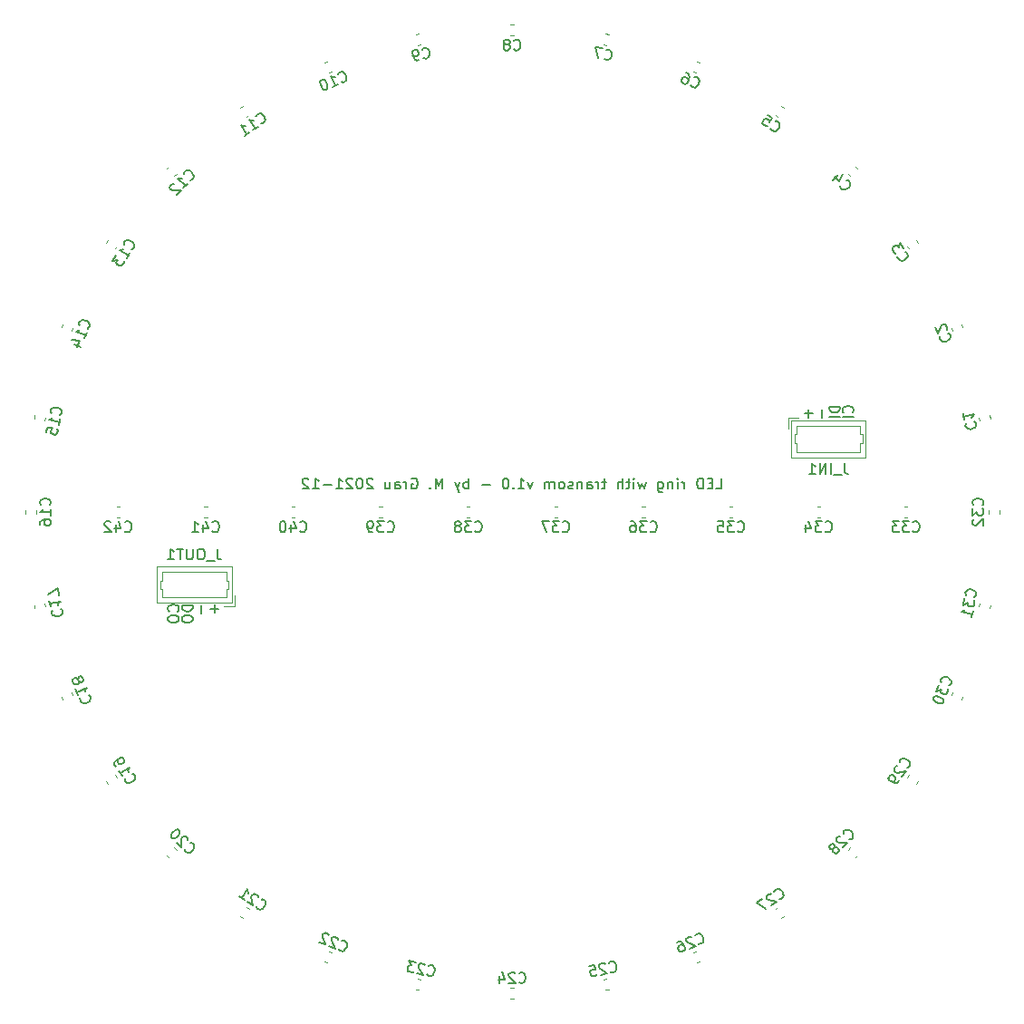
<source format=gbr>
%TF.GenerationSoftware,KiCad,Pcbnew,5.1.12-84ad8e8a86~92~ubuntu20.04.1*%
%TF.CreationDate,2021-11-26T19:12:35+01:00*%
%TF.ProjectId,led-ring-with-crossbar,6c65642d-7269-46e6-972d-776974682d63,rev?*%
%TF.SameCoordinates,Original*%
%TF.FileFunction,Legend,Bot*%
%TF.FilePolarity,Positive*%
%FSLAX46Y46*%
G04 Gerber Fmt 4.6, Leading zero omitted, Abs format (unit mm)*
G04 Created by KiCad (PCBNEW 5.1.12-84ad8e8a86~92~ubuntu20.04.1) date 2021-11-26 19:12:35*
%MOMM*%
%LPD*%
G01*
G04 APERTURE LIST*
%ADD10C,0.150000*%
%ADD11C,0.120000*%
G04 APERTURE END LIST*
D10*
X119071428Y-97852380D02*
X119547619Y-97852380D01*
X119547619Y-96852380D01*
X118738095Y-97328571D02*
X118404761Y-97328571D01*
X118261904Y-97852380D02*
X118738095Y-97852380D01*
X118738095Y-96852380D01*
X118261904Y-96852380D01*
X117833333Y-97852380D02*
X117833333Y-96852380D01*
X117595238Y-96852380D01*
X117452380Y-96900000D01*
X117357142Y-96995238D01*
X117309523Y-97090476D01*
X117261904Y-97280952D01*
X117261904Y-97423809D01*
X117309523Y-97614285D01*
X117357142Y-97709523D01*
X117452380Y-97804761D01*
X117595238Y-97852380D01*
X117833333Y-97852380D01*
X116071428Y-97852380D02*
X116071428Y-97185714D01*
X116071428Y-97376190D02*
X116023809Y-97280952D01*
X115976190Y-97233333D01*
X115880952Y-97185714D01*
X115785714Y-97185714D01*
X115452380Y-97852380D02*
X115452380Y-97185714D01*
X115452380Y-96852380D02*
X115500000Y-96900000D01*
X115452380Y-96947619D01*
X115404761Y-96900000D01*
X115452380Y-96852380D01*
X115452380Y-96947619D01*
X114976190Y-97185714D02*
X114976190Y-97852380D01*
X114976190Y-97280952D02*
X114928571Y-97233333D01*
X114833333Y-97185714D01*
X114690476Y-97185714D01*
X114595238Y-97233333D01*
X114547619Y-97328571D01*
X114547619Y-97852380D01*
X113642857Y-97185714D02*
X113642857Y-97995238D01*
X113690476Y-98090476D01*
X113738095Y-98138095D01*
X113833333Y-98185714D01*
X113976190Y-98185714D01*
X114071428Y-98138095D01*
X113642857Y-97804761D02*
X113738095Y-97852380D01*
X113928571Y-97852380D01*
X114023809Y-97804761D01*
X114071428Y-97757142D01*
X114119047Y-97661904D01*
X114119047Y-97376190D01*
X114071428Y-97280952D01*
X114023809Y-97233333D01*
X113928571Y-97185714D01*
X113738095Y-97185714D01*
X113642857Y-97233333D01*
X112500000Y-97185714D02*
X112309523Y-97852380D01*
X112119047Y-97376190D01*
X111928571Y-97852380D01*
X111738095Y-97185714D01*
X111357142Y-97852380D02*
X111357142Y-97185714D01*
X111357142Y-96852380D02*
X111404761Y-96900000D01*
X111357142Y-96947619D01*
X111309523Y-96900000D01*
X111357142Y-96852380D01*
X111357142Y-96947619D01*
X111023809Y-97185714D02*
X110642857Y-97185714D01*
X110880952Y-96852380D02*
X110880952Y-97709523D01*
X110833333Y-97804761D01*
X110738095Y-97852380D01*
X110642857Y-97852380D01*
X110309523Y-97852380D02*
X110309523Y-96852380D01*
X109880952Y-97852380D02*
X109880952Y-97328571D01*
X109928571Y-97233333D01*
X110023809Y-97185714D01*
X110166666Y-97185714D01*
X110261904Y-97233333D01*
X110309523Y-97280952D01*
X108785714Y-97185714D02*
X108404761Y-97185714D01*
X108642857Y-96852380D02*
X108642857Y-97709523D01*
X108595238Y-97804761D01*
X108500000Y-97852380D01*
X108404761Y-97852380D01*
X108071428Y-97852380D02*
X108071428Y-97185714D01*
X108071428Y-97376190D02*
X108023809Y-97280952D01*
X107976190Y-97233333D01*
X107880952Y-97185714D01*
X107785714Y-97185714D01*
X107023809Y-97852380D02*
X107023809Y-97328571D01*
X107071428Y-97233333D01*
X107166666Y-97185714D01*
X107357142Y-97185714D01*
X107452380Y-97233333D01*
X107023809Y-97804761D02*
X107119047Y-97852380D01*
X107357142Y-97852380D01*
X107452380Y-97804761D01*
X107500000Y-97709523D01*
X107500000Y-97614285D01*
X107452380Y-97519047D01*
X107357142Y-97471428D01*
X107119047Y-97471428D01*
X107023809Y-97423809D01*
X106547619Y-97185714D02*
X106547619Y-97852380D01*
X106547619Y-97280952D02*
X106500000Y-97233333D01*
X106404761Y-97185714D01*
X106261904Y-97185714D01*
X106166666Y-97233333D01*
X106119047Y-97328571D01*
X106119047Y-97852380D01*
X105690476Y-97804761D02*
X105595238Y-97852380D01*
X105404761Y-97852380D01*
X105309523Y-97804761D01*
X105261904Y-97709523D01*
X105261904Y-97661904D01*
X105309523Y-97566666D01*
X105404761Y-97519047D01*
X105547619Y-97519047D01*
X105642857Y-97471428D01*
X105690476Y-97376190D01*
X105690476Y-97328571D01*
X105642857Y-97233333D01*
X105547619Y-97185714D01*
X105404761Y-97185714D01*
X105309523Y-97233333D01*
X104690476Y-97852380D02*
X104785714Y-97804761D01*
X104833333Y-97757142D01*
X104880952Y-97661904D01*
X104880952Y-97376190D01*
X104833333Y-97280952D01*
X104785714Y-97233333D01*
X104690476Y-97185714D01*
X104547619Y-97185714D01*
X104452380Y-97233333D01*
X104404761Y-97280952D01*
X104357142Y-97376190D01*
X104357142Y-97661904D01*
X104404761Y-97757142D01*
X104452380Y-97804761D01*
X104547619Y-97852380D01*
X104690476Y-97852380D01*
X103928571Y-97852380D02*
X103928571Y-97185714D01*
X103928571Y-97280952D02*
X103880952Y-97233333D01*
X103785714Y-97185714D01*
X103642857Y-97185714D01*
X103547619Y-97233333D01*
X103500000Y-97328571D01*
X103500000Y-97852380D01*
X103500000Y-97328571D02*
X103452380Y-97233333D01*
X103357142Y-97185714D01*
X103214285Y-97185714D01*
X103119047Y-97233333D01*
X103071428Y-97328571D01*
X103071428Y-97852380D01*
X101928571Y-97185714D02*
X101690476Y-97852380D01*
X101452380Y-97185714D01*
X100547619Y-97852380D02*
X101119047Y-97852380D01*
X100833333Y-97852380D02*
X100833333Y-96852380D01*
X100928571Y-96995238D01*
X101023809Y-97090476D01*
X101119047Y-97138095D01*
X100119047Y-97757142D02*
X100071428Y-97804761D01*
X100119047Y-97852380D01*
X100166666Y-97804761D01*
X100119047Y-97757142D01*
X100119047Y-97852380D01*
X99452380Y-96852380D02*
X99357142Y-96852380D01*
X99261904Y-96900000D01*
X99214285Y-96947619D01*
X99166666Y-97042857D01*
X99119047Y-97233333D01*
X99119047Y-97471428D01*
X99166666Y-97661904D01*
X99214285Y-97757142D01*
X99261904Y-97804761D01*
X99357142Y-97852380D01*
X99452380Y-97852380D01*
X99547619Y-97804761D01*
X99595238Y-97757142D01*
X99642857Y-97661904D01*
X99690476Y-97471428D01*
X99690476Y-97233333D01*
X99642857Y-97042857D01*
X99595238Y-96947619D01*
X99547619Y-96900000D01*
X99452380Y-96852380D01*
X97928571Y-97471428D02*
X97166666Y-97471428D01*
X95928571Y-97852380D02*
X95928571Y-96852380D01*
X95928571Y-97233333D02*
X95833333Y-97185714D01*
X95642857Y-97185714D01*
X95547619Y-97233333D01*
X95500000Y-97280952D01*
X95452380Y-97376190D01*
X95452380Y-97661904D01*
X95500000Y-97757142D01*
X95547619Y-97804761D01*
X95642857Y-97852380D01*
X95833333Y-97852380D01*
X95928571Y-97804761D01*
X95119047Y-97185714D02*
X94880952Y-97852380D01*
X94642857Y-97185714D02*
X94880952Y-97852380D01*
X94976190Y-98090476D01*
X95023809Y-98138095D01*
X95119047Y-98185714D01*
X93500000Y-97852380D02*
X93500000Y-96852380D01*
X93166666Y-97566666D01*
X92833333Y-96852380D01*
X92833333Y-97852380D01*
X92357142Y-97757142D02*
X92309523Y-97804761D01*
X92357142Y-97852380D01*
X92404761Y-97804761D01*
X92357142Y-97757142D01*
X92357142Y-97852380D01*
X90595238Y-96900000D02*
X90690476Y-96852380D01*
X90833333Y-96852380D01*
X90976190Y-96900000D01*
X91071428Y-96995238D01*
X91119047Y-97090476D01*
X91166666Y-97280952D01*
X91166666Y-97423809D01*
X91119047Y-97614285D01*
X91071428Y-97709523D01*
X90976190Y-97804761D01*
X90833333Y-97852380D01*
X90738095Y-97852380D01*
X90595238Y-97804761D01*
X90547619Y-97757142D01*
X90547619Y-97423809D01*
X90738095Y-97423809D01*
X90119047Y-97852380D02*
X90119047Y-97185714D01*
X90119047Y-97376190D02*
X90071428Y-97280952D01*
X90023809Y-97233333D01*
X89928571Y-97185714D01*
X89833333Y-97185714D01*
X89071428Y-97852380D02*
X89071428Y-97328571D01*
X89119047Y-97233333D01*
X89214285Y-97185714D01*
X89404761Y-97185714D01*
X89500000Y-97233333D01*
X89071428Y-97804761D02*
X89166666Y-97852380D01*
X89404761Y-97852380D01*
X89500000Y-97804761D01*
X89547619Y-97709523D01*
X89547619Y-97614285D01*
X89500000Y-97519047D01*
X89404761Y-97471428D01*
X89166666Y-97471428D01*
X89071428Y-97423809D01*
X88166666Y-97185714D02*
X88166666Y-97852380D01*
X88595238Y-97185714D02*
X88595238Y-97709523D01*
X88547619Y-97804761D01*
X88452380Y-97852380D01*
X88309523Y-97852380D01*
X88214285Y-97804761D01*
X88166666Y-97757142D01*
X86976190Y-96947619D02*
X86928571Y-96900000D01*
X86833333Y-96852380D01*
X86595238Y-96852380D01*
X86500000Y-96900000D01*
X86452380Y-96947619D01*
X86404761Y-97042857D01*
X86404761Y-97138095D01*
X86452380Y-97280952D01*
X87023809Y-97852380D01*
X86404761Y-97852380D01*
X85785714Y-96852380D02*
X85690476Y-96852380D01*
X85595238Y-96900000D01*
X85547619Y-96947619D01*
X85500000Y-97042857D01*
X85452380Y-97233333D01*
X85452380Y-97471428D01*
X85500000Y-97661904D01*
X85547619Y-97757142D01*
X85595238Y-97804761D01*
X85690476Y-97852380D01*
X85785714Y-97852380D01*
X85880952Y-97804761D01*
X85928571Y-97757142D01*
X85976190Y-97661904D01*
X86023809Y-97471428D01*
X86023809Y-97233333D01*
X85976190Y-97042857D01*
X85928571Y-96947619D01*
X85880952Y-96900000D01*
X85785714Y-96852380D01*
X85071428Y-96947619D02*
X85023809Y-96900000D01*
X84928571Y-96852380D01*
X84690476Y-96852380D01*
X84595238Y-96900000D01*
X84547619Y-96947619D01*
X84500000Y-97042857D01*
X84500000Y-97138095D01*
X84547619Y-97280952D01*
X85119047Y-97852380D01*
X84500000Y-97852380D01*
X83547619Y-97852380D02*
X84119047Y-97852380D01*
X83833333Y-97852380D02*
X83833333Y-96852380D01*
X83928571Y-96995238D01*
X84023809Y-97090476D01*
X84119047Y-97138095D01*
X83119047Y-97471428D02*
X82357142Y-97471428D01*
X81357142Y-97852380D02*
X81928571Y-97852380D01*
X81642857Y-97852380D02*
X81642857Y-96852380D01*
X81738095Y-96995238D01*
X81833333Y-97090476D01*
X81928571Y-97138095D01*
X80976190Y-96947619D02*
X80928571Y-96900000D01*
X80833333Y-96852380D01*
X80595238Y-96852380D01*
X80500000Y-96900000D01*
X80452380Y-96947619D01*
X80404761Y-97042857D01*
X80404761Y-97138095D01*
X80452380Y-97280952D01*
X81023809Y-97852380D01*
X80404761Y-97852380D01*
D11*
%TO.C,J_OUT1*%
X73790000Y-105090000D02*
X73790000Y-108510000D01*
X73790000Y-108510000D02*
X66820000Y-108510000D01*
X66820000Y-108510000D02*
X66820000Y-105090000D01*
X66820000Y-105090000D02*
X73790000Y-105090000D01*
X70305000Y-108000000D02*
X73280000Y-108000000D01*
X73280000Y-108000000D02*
X73280000Y-107250000D01*
X73280000Y-107250000D02*
X73480000Y-107250000D01*
X73480000Y-107250000D02*
X73480000Y-106450000D01*
X73480000Y-106450000D02*
X73280000Y-106450000D01*
X73280000Y-106450000D02*
X73280000Y-105600000D01*
X73280000Y-105600000D02*
X70305000Y-105600000D01*
X70305000Y-108000000D02*
X67330000Y-108000000D01*
X67330000Y-108000000D02*
X67330000Y-107250000D01*
X67330000Y-107250000D02*
X67130000Y-107250000D01*
X67130000Y-107250000D02*
X67130000Y-106450000D01*
X67130000Y-106450000D02*
X67330000Y-106450000D01*
X67330000Y-106450000D02*
X67330000Y-105600000D01*
X67330000Y-105600000D02*
X70305000Y-105600000D01*
X74080000Y-108800000D02*
X74080000Y-107800000D01*
X74080000Y-108800000D02*
X73080000Y-108800000D01*
%TO.C,J_IN1*%
X126070000Y-94910000D02*
X126070000Y-91490000D01*
X126070000Y-91490000D02*
X133040000Y-91490000D01*
X133040000Y-91490000D02*
X133040000Y-94910000D01*
X133040000Y-94910000D02*
X126070000Y-94910000D01*
X129555000Y-92000000D02*
X126580000Y-92000000D01*
X126580000Y-92000000D02*
X126580000Y-92750000D01*
X126580000Y-92750000D02*
X126380000Y-92750000D01*
X126380000Y-92750000D02*
X126380000Y-93550000D01*
X126380000Y-93550000D02*
X126580000Y-93550000D01*
X126580000Y-93550000D02*
X126580000Y-94400000D01*
X126580000Y-94400000D02*
X129555000Y-94400000D01*
X129555000Y-92000000D02*
X132530000Y-92000000D01*
X132530000Y-92000000D02*
X132530000Y-92750000D01*
X132530000Y-92750000D02*
X132730000Y-92750000D01*
X132730000Y-92750000D02*
X132730000Y-93550000D01*
X132730000Y-93550000D02*
X132530000Y-93550000D01*
X132530000Y-93550000D02*
X132530000Y-94400000D01*
X132530000Y-94400000D02*
X129555000Y-94400000D01*
X125780000Y-91200000D02*
X125780000Y-92200000D01*
X125780000Y-91200000D02*
X126780000Y-91200000D01*
%TO.C,C42*%
X63039420Y-99490000D02*
X63320580Y-99490000D01*
X63039420Y-100510000D02*
X63320580Y-100510000D01*
%TO.C,C41*%
X71219420Y-99490000D02*
X71500580Y-99490000D01*
X71219420Y-100510000D02*
X71500580Y-100510000D01*
%TO.C,C40*%
X79399420Y-99490000D02*
X79680580Y-99490000D01*
X79399420Y-100510000D02*
X79680580Y-100510000D01*
%TO.C,C39*%
X87579420Y-99490000D02*
X87860580Y-99490000D01*
X87579420Y-100510000D02*
X87860580Y-100510000D01*
%TO.C,C38*%
X95759420Y-99490000D02*
X96040580Y-99490000D01*
X95759420Y-100510000D02*
X96040580Y-100510000D01*
%TO.C,C37*%
X103939420Y-99490000D02*
X104220580Y-99490000D01*
X103939420Y-100510000D02*
X104220580Y-100510000D01*
%TO.C,C36*%
X112119420Y-99490000D02*
X112400580Y-99490000D01*
X112119420Y-100510000D02*
X112400580Y-100510000D01*
%TO.C,C35*%
X120299420Y-99490000D02*
X120580580Y-99490000D01*
X120299420Y-100510000D02*
X120580580Y-100510000D01*
%TO.C,C34*%
X128479420Y-99490000D02*
X128760580Y-99490000D01*
X128479420Y-100510000D02*
X128760580Y-100510000D01*
%TO.C,C33*%
X136659420Y-99490000D02*
X136940580Y-99490000D01*
X136659420Y-100510000D02*
X136940580Y-100510000D01*
%TO.C,C32*%
X145510000Y-99859420D02*
X145510000Y-100140580D01*
X144490000Y-99859420D02*
X144490000Y-100140580D01*
%TO.C,C31*%
X144662660Y-108741078D02*
X144607567Y-109016787D01*
X143662433Y-108541213D02*
X143607340Y-108816922D01*
%TO.C,C30*%
X142099976Y-117286290D02*
X141992381Y-117546048D01*
X141157619Y-116895952D02*
X141050024Y-117155710D01*
%TO.C,C29*%
X137918006Y-125167891D02*
X137761598Y-125401531D01*
X137070402Y-124600469D02*
X136913994Y-124834109D01*
%TO.C,C28*%
X132280030Y-132081219D02*
X132081219Y-132280030D01*
X131558781Y-131359970D02*
X131359970Y-131558781D01*
%TO.C,C27*%
X125400927Y-137762297D02*
X125167015Y-137918297D01*
X124834985Y-136913703D02*
X124601073Y-137069703D01*
%TO.C,C26*%
X117546048Y-141992381D02*
X117286290Y-142099976D01*
X117155710Y-141050024D02*
X116895952Y-141157619D01*
%TO.C,C25*%
X109015962Y-144607982D02*
X108740157Y-144662593D01*
X108817843Y-143607407D02*
X108542038Y-143662018D01*
%TO.C,C24*%
X100140580Y-145510000D02*
X99859420Y-145510000D01*
X100140580Y-144490000D02*
X99859420Y-144490000D01*
%TO.C,C23*%
X91258922Y-144662660D02*
X90983213Y-144607567D01*
X91458787Y-143662433D02*
X91183078Y-143607340D01*
%TO.C,C22*%
X82713710Y-142099976D02*
X82453952Y-141992381D01*
X83104048Y-141157619D02*
X82844290Y-141050024D01*
%TO.C,C21*%
X74832109Y-137918006D02*
X74598469Y-137761598D01*
X75399531Y-137070402D02*
X75165891Y-136913994D01*
%TO.C,C20*%
X67918781Y-132280030D02*
X67719970Y-132081219D01*
X68640030Y-131558781D02*
X68441219Y-131359970D01*
%TO.C,C19*%
X62237703Y-125400927D02*
X62081703Y-125167015D01*
X63086297Y-124834985D02*
X62930297Y-124601073D01*
%TO.C,C18*%
X58007619Y-117546048D02*
X57900024Y-117286290D01*
X58949976Y-117155710D02*
X58842381Y-116895952D01*
%TO.C,C17*%
X55392018Y-109015962D02*
X55337407Y-108740157D01*
X56392593Y-108817843D02*
X56337982Y-108542038D01*
%TO.C,C16*%
X54490000Y-100140580D02*
X54490000Y-99859420D01*
X55510000Y-100140580D02*
X55510000Y-99859420D01*
%TO.C,C15*%
X55337340Y-91258922D02*
X55392433Y-90983213D01*
X56337567Y-91458787D02*
X56392660Y-91183078D01*
%TO.C,C14*%
X57900024Y-82713710D02*
X58007619Y-82453952D01*
X58842381Y-83104048D02*
X58949976Y-82844290D01*
%TO.C,C13*%
X62081994Y-74832109D02*
X62238402Y-74598469D01*
X62929598Y-75399531D02*
X63086006Y-75165891D01*
%TO.C,C12*%
X67719970Y-67918781D02*
X67918781Y-67719970D01*
X68441219Y-68640030D02*
X68640030Y-68441219D01*
%TO.C,C11*%
X74590073Y-62237703D02*
X74823985Y-62081703D01*
X75156015Y-63086297D02*
X75389927Y-62930297D01*
%TO.C,C10*%
X82453952Y-58007619D02*
X82713710Y-57900024D01*
X82844290Y-58949976D02*
X83104048Y-58842381D01*
%TO.C,C9*%
X90984038Y-55392018D02*
X91259843Y-55337407D01*
X91182157Y-56392593D02*
X91457962Y-56337982D01*
%TO.C,C8*%
X99859420Y-54490000D02*
X100140580Y-54490000D01*
X99859420Y-55510000D02*
X100140580Y-55510000D01*
%TO.C,C7*%
X108741078Y-55337340D02*
X109016787Y-55392433D01*
X108541213Y-56337567D02*
X108816922Y-56392660D01*
%TO.C,C6*%
X117286290Y-57900024D02*
X117546048Y-58007619D01*
X116895952Y-58842381D02*
X117155710Y-58949976D01*
%TO.C,C5*%
X125167891Y-62081994D02*
X125401531Y-62238402D01*
X124600469Y-62929598D02*
X124834109Y-63086006D01*
%TO.C,C4*%
X132081219Y-67719970D02*
X132280030Y-67918781D01*
X131359970Y-68441219D02*
X131558781Y-68640030D01*
%TO.C,C3*%
X137762297Y-74599073D02*
X137918297Y-74832985D01*
X136913703Y-75165015D02*
X137069703Y-75398927D01*
%TO.C,C2*%
X141992381Y-82453952D02*
X142099976Y-82713710D01*
X141050024Y-82844290D02*
X141157619Y-83104048D01*
%TO.C,C1*%
X144607982Y-90984038D02*
X144662593Y-91259843D01*
X143607407Y-91182157D02*
X143662018Y-91457962D01*
%TO.C,J_OUT1*%
D10*
X72442857Y-103452380D02*
X72442857Y-104166666D01*
X72490476Y-104309523D01*
X72585714Y-104404761D01*
X72728571Y-104452380D01*
X72823809Y-104452380D01*
X72204761Y-104547619D02*
X71442857Y-104547619D01*
X71014285Y-103452380D02*
X70823809Y-103452380D01*
X70728571Y-103500000D01*
X70633333Y-103595238D01*
X70585714Y-103785714D01*
X70585714Y-104119047D01*
X70633333Y-104309523D01*
X70728571Y-104404761D01*
X70823809Y-104452380D01*
X71014285Y-104452380D01*
X71109523Y-104404761D01*
X71204761Y-104309523D01*
X71252380Y-104119047D01*
X71252380Y-103785714D01*
X71204761Y-103595238D01*
X71109523Y-103500000D01*
X71014285Y-103452380D01*
X70157142Y-103452380D02*
X70157142Y-104261904D01*
X70109523Y-104357142D01*
X70061904Y-104404761D01*
X69966666Y-104452380D01*
X69776190Y-104452380D01*
X69680952Y-104404761D01*
X69633333Y-104357142D01*
X69585714Y-104261904D01*
X69585714Y-103452380D01*
X69252380Y-103452380D02*
X68680952Y-103452380D01*
X68966666Y-104452380D02*
X68966666Y-103452380D01*
X67823809Y-104452380D02*
X68395238Y-104452380D01*
X68109523Y-104452380D02*
X68109523Y-103452380D01*
X68204761Y-103595238D01*
X68300000Y-103690476D01*
X68395238Y-103738095D01*
X72560952Y-109071428D02*
X71799047Y-109071428D01*
X72180000Y-109452380D02*
X72180000Y-108690476D01*
X70971428Y-108719047D02*
X70971428Y-109480952D01*
X70152380Y-108714285D02*
X69152380Y-108714285D01*
X69152380Y-108952380D01*
X69200000Y-109095238D01*
X69295238Y-109190476D01*
X69390476Y-109238095D01*
X69580952Y-109285714D01*
X69723809Y-109285714D01*
X69914285Y-109238095D01*
X70009523Y-109190476D01*
X70104761Y-109095238D01*
X70152380Y-108952380D01*
X70152380Y-108714285D01*
X69152380Y-109904761D02*
X69152380Y-110095238D01*
X69200000Y-110190476D01*
X69295238Y-110285714D01*
X69485714Y-110333333D01*
X69819047Y-110333333D01*
X70009523Y-110285714D01*
X70104761Y-110190476D01*
X70152380Y-110095238D01*
X70152380Y-109904761D01*
X70104761Y-109809523D01*
X70009523Y-109714285D01*
X69819047Y-109666666D01*
X69485714Y-109666666D01*
X69295238Y-109714285D01*
X69200000Y-109809523D01*
X69152380Y-109904761D01*
X68757142Y-109285714D02*
X68804761Y-109238095D01*
X68852380Y-109095238D01*
X68852380Y-109000000D01*
X68804761Y-108857142D01*
X68709523Y-108761904D01*
X68614285Y-108714285D01*
X68423809Y-108666666D01*
X68280952Y-108666666D01*
X68090476Y-108714285D01*
X67995238Y-108761904D01*
X67900000Y-108857142D01*
X67852380Y-109000000D01*
X67852380Y-109095238D01*
X67900000Y-109238095D01*
X67947619Y-109285714D01*
X67852380Y-109904761D02*
X67852380Y-110095238D01*
X67900000Y-110190476D01*
X67995238Y-110285714D01*
X68185714Y-110333333D01*
X68519047Y-110333333D01*
X68709523Y-110285714D01*
X68804761Y-110190476D01*
X68852380Y-110095238D01*
X68852380Y-109904761D01*
X68804761Y-109809523D01*
X68709523Y-109714285D01*
X68519047Y-109666666D01*
X68185714Y-109666666D01*
X67995238Y-109714285D01*
X67900000Y-109809523D01*
X67852380Y-109904761D01*
%TO.C,J_IN1*%
X131036190Y-95452380D02*
X131036190Y-96166666D01*
X131083809Y-96309523D01*
X131179047Y-96404761D01*
X131321904Y-96452380D01*
X131417142Y-96452380D01*
X130798095Y-96547619D02*
X130036190Y-96547619D01*
X129798095Y-96452380D02*
X129798095Y-95452380D01*
X129321904Y-96452380D02*
X129321904Y-95452380D01*
X128750476Y-96452380D01*
X128750476Y-95452380D01*
X127750476Y-96452380D02*
X128321904Y-96452380D01*
X128036190Y-96452380D02*
X128036190Y-95452380D01*
X128131428Y-95595238D01*
X128226666Y-95690476D01*
X128321904Y-95738095D01*
X128060952Y-90821428D02*
X127299047Y-90821428D01*
X127680000Y-91202380D02*
X127680000Y-90440476D01*
X128971428Y-90419047D02*
X128971428Y-91180952D01*
X130627380Y-90150000D02*
X129627380Y-90150000D01*
X129627380Y-90388095D01*
X129675000Y-90530952D01*
X129770238Y-90626190D01*
X129865476Y-90673809D01*
X130055952Y-90721428D01*
X130198809Y-90721428D01*
X130389285Y-90673809D01*
X130484523Y-90626190D01*
X130579761Y-90530952D01*
X130627380Y-90388095D01*
X130627380Y-90150000D01*
X130627380Y-91150000D02*
X129627380Y-91150000D01*
X131782142Y-90721428D02*
X131829761Y-90673809D01*
X131877380Y-90530952D01*
X131877380Y-90435714D01*
X131829761Y-90292857D01*
X131734523Y-90197619D01*
X131639285Y-90150000D01*
X131448809Y-90102380D01*
X131305952Y-90102380D01*
X131115476Y-90150000D01*
X131020238Y-90197619D01*
X130925000Y-90292857D01*
X130877380Y-90435714D01*
X130877380Y-90530952D01*
X130925000Y-90673809D01*
X130972619Y-90721428D01*
X131877380Y-91150000D02*
X130877380Y-91150000D01*
%TO.C,C42*%
X63822857Y-101787142D02*
X63870476Y-101834761D01*
X64013333Y-101882380D01*
X64108571Y-101882380D01*
X64251428Y-101834761D01*
X64346666Y-101739523D01*
X64394285Y-101644285D01*
X64441904Y-101453809D01*
X64441904Y-101310952D01*
X64394285Y-101120476D01*
X64346666Y-101025238D01*
X64251428Y-100930000D01*
X64108571Y-100882380D01*
X64013333Y-100882380D01*
X63870476Y-100930000D01*
X63822857Y-100977619D01*
X62965714Y-101215714D02*
X62965714Y-101882380D01*
X63203809Y-100834761D02*
X63441904Y-101549047D01*
X62822857Y-101549047D01*
X62489523Y-100977619D02*
X62441904Y-100930000D01*
X62346666Y-100882380D01*
X62108571Y-100882380D01*
X62013333Y-100930000D01*
X61965714Y-100977619D01*
X61918095Y-101072857D01*
X61918095Y-101168095D01*
X61965714Y-101310952D01*
X62537142Y-101882380D01*
X61918095Y-101882380D01*
%TO.C,C41*%
X72002857Y-101787142D02*
X72050476Y-101834761D01*
X72193333Y-101882380D01*
X72288571Y-101882380D01*
X72431428Y-101834761D01*
X72526666Y-101739523D01*
X72574285Y-101644285D01*
X72621904Y-101453809D01*
X72621904Y-101310952D01*
X72574285Y-101120476D01*
X72526666Y-101025238D01*
X72431428Y-100930000D01*
X72288571Y-100882380D01*
X72193333Y-100882380D01*
X72050476Y-100930000D01*
X72002857Y-100977619D01*
X71145714Y-101215714D02*
X71145714Y-101882380D01*
X71383809Y-100834761D02*
X71621904Y-101549047D01*
X71002857Y-101549047D01*
X70098095Y-101882380D02*
X70669523Y-101882380D01*
X70383809Y-101882380D02*
X70383809Y-100882380D01*
X70479047Y-101025238D01*
X70574285Y-101120476D01*
X70669523Y-101168095D01*
%TO.C,C40*%
X80182857Y-101787142D02*
X80230476Y-101834761D01*
X80373333Y-101882380D01*
X80468571Y-101882380D01*
X80611428Y-101834761D01*
X80706666Y-101739523D01*
X80754285Y-101644285D01*
X80801904Y-101453809D01*
X80801904Y-101310952D01*
X80754285Y-101120476D01*
X80706666Y-101025238D01*
X80611428Y-100930000D01*
X80468571Y-100882380D01*
X80373333Y-100882380D01*
X80230476Y-100930000D01*
X80182857Y-100977619D01*
X79325714Y-101215714D02*
X79325714Y-101882380D01*
X79563809Y-100834761D02*
X79801904Y-101549047D01*
X79182857Y-101549047D01*
X78611428Y-100882380D02*
X78516190Y-100882380D01*
X78420952Y-100930000D01*
X78373333Y-100977619D01*
X78325714Y-101072857D01*
X78278095Y-101263333D01*
X78278095Y-101501428D01*
X78325714Y-101691904D01*
X78373333Y-101787142D01*
X78420952Y-101834761D01*
X78516190Y-101882380D01*
X78611428Y-101882380D01*
X78706666Y-101834761D01*
X78754285Y-101787142D01*
X78801904Y-101691904D01*
X78849523Y-101501428D01*
X78849523Y-101263333D01*
X78801904Y-101072857D01*
X78754285Y-100977619D01*
X78706666Y-100930000D01*
X78611428Y-100882380D01*
%TO.C,C39*%
X88362857Y-101787142D02*
X88410476Y-101834761D01*
X88553333Y-101882380D01*
X88648571Y-101882380D01*
X88791428Y-101834761D01*
X88886666Y-101739523D01*
X88934285Y-101644285D01*
X88981904Y-101453809D01*
X88981904Y-101310952D01*
X88934285Y-101120476D01*
X88886666Y-101025238D01*
X88791428Y-100930000D01*
X88648571Y-100882380D01*
X88553333Y-100882380D01*
X88410476Y-100930000D01*
X88362857Y-100977619D01*
X88029523Y-100882380D02*
X87410476Y-100882380D01*
X87743809Y-101263333D01*
X87600952Y-101263333D01*
X87505714Y-101310952D01*
X87458095Y-101358571D01*
X87410476Y-101453809D01*
X87410476Y-101691904D01*
X87458095Y-101787142D01*
X87505714Y-101834761D01*
X87600952Y-101882380D01*
X87886666Y-101882380D01*
X87981904Y-101834761D01*
X88029523Y-101787142D01*
X86934285Y-101882380D02*
X86743809Y-101882380D01*
X86648571Y-101834761D01*
X86600952Y-101787142D01*
X86505714Y-101644285D01*
X86458095Y-101453809D01*
X86458095Y-101072857D01*
X86505714Y-100977619D01*
X86553333Y-100930000D01*
X86648571Y-100882380D01*
X86839047Y-100882380D01*
X86934285Y-100930000D01*
X86981904Y-100977619D01*
X87029523Y-101072857D01*
X87029523Y-101310952D01*
X86981904Y-101406190D01*
X86934285Y-101453809D01*
X86839047Y-101501428D01*
X86648571Y-101501428D01*
X86553333Y-101453809D01*
X86505714Y-101406190D01*
X86458095Y-101310952D01*
%TO.C,C38*%
X96542857Y-101787142D02*
X96590476Y-101834761D01*
X96733333Y-101882380D01*
X96828571Y-101882380D01*
X96971428Y-101834761D01*
X97066666Y-101739523D01*
X97114285Y-101644285D01*
X97161904Y-101453809D01*
X97161904Y-101310952D01*
X97114285Y-101120476D01*
X97066666Y-101025238D01*
X96971428Y-100930000D01*
X96828571Y-100882380D01*
X96733333Y-100882380D01*
X96590476Y-100930000D01*
X96542857Y-100977619D01*
X96209523Y-100882380D02*
X95590476Y-100882380D01*
X95923809Y-101263333D01*
X95780952Y-101263333D01*
X95685714Y-101310952D01*
X95638095Y-101358571D01*
X95590476Y-101453809D01*
X95590476Y-101691904D01*
X95638095Y-101787142D01*
X95685714Y-101834761D01*
X95780952Y-101882380D01*
X96066666Y-101882380D01*
X96161904Y-101834761D01*
X96209523Y-101787142D01*
X95019047Y-101310952D02*
X95114285Y-101263333D01*
X95161904Y-101215714D01*
X95209523Y-101120476D01*
X95209523Y-101072857D01*
X95161904Y-100977619D01*
X95114285Y-100930000D01*
X95019047Y-100882380D01*
X94828571Y-100882380D01*
X94733333Y-100930000D01*
X94685714Y-100977619D01*
X94638095Y-101072857D01*
X94638095Y-101120476D01*
X94685714Y-101215714D01*
X94733333Y-101263333D01*
X94828571Y-101310952D01*
X95019047Y-101310952D01*
X95114285Y-101358571D01*
X95161904Y-101406190D01*
X95209523Y-101501428D01*
X95209523Y-101691904D01*
X95161904Y-101787142D01*
X95114285Y-101834761D01*
X95019047Y-101882380D01*
X94828571Y-101882380D01*
X94733333Y-101834761D01*
X94685714Y-101787142D01*
X94638095Y-101691904D01*
X94638095Y-101501428D01*
X94685714Y-101406190D01*
X94733333Y-101358571D01*
X94828571Y-101310952D01*
%TO.C,C37*%
X104722857Y-101787142D02*
X104770476Y-101834761D01*
X104913333Y-101882380D01*
X105008571Y-101882380D01*
X105151428Y-101834761D01*
X105246666Y-101739523D01*
X105294285Y-101644285D01*
X105341904Y-101453809D01*
X105341904Y-101310952D01*
X105294285Y-101120476D01*
X105246666Y-101025238D01*
X105151428Y-100930000D01*
X105008571Y-100882380D01*
X104913333Y-100882380D01*
X104770476Y-100930000D01*
X104722857Y-100977619D01*
X104389523Y-100882380D02*
X103770476Y-100882380D01*
X104103809Y-101263333D01*
X103960952Y-101263333D01*
X103865714Y-101310952D01*
X103818095Y-101358571D01*
X103770476Y-101453809D01*
X103770476Y-101691904D01*
X103818095Y-101787142D01*
X103865714Y-101834761D01*
X103960952Y-101882380D01*
X104246666Y-101882380D01*
X104341904Y-101834761D01*
X104389523Y-101787142D01*
X103437142Y-100882380D02*
X102770476Y-100882380D01*
X103199047Y-101882380D01*
%TO.C,C36*%
X112902857Y-101787142D02*
X112950476Y-101834761D01*
X113093333Y-101882380D01*
X113188571Y-101882380D01*
X113331428Y-101834761D01*
X113426666Y-101739523D01*
X113474285Y-101644285D01*
X113521904Y-101453809D01*
X113521904Y-101310952D01*
X113474285Y-101120476D01*
X113426666Y-101025238D01*
X113331428Y-100930000D01*
X113188571Y-100882380D01*
X113093333Y-100882380D01*
X112950476Y-100930000D01*
X112902857Y-100977619D01*
X112569523Y-100882380D02*
X111950476Y-100882380D01*
X112283809Y-101263333D01*
X112140952Y-101263333D01*
X112045714Y-101310952D01*
X111998095Y-101358571D01*
X111950476Y-101453809D01*
X111950476Y-101691904D01*
X111998095Y-101787142D01*
X112045714Y-101834761D01*
X112140952Y-101882380D01*
X112426666Y-101882380D01*
X112521904Y-101834761D01*
X112569523Y-101787142D01*
X111093333Y-100882380D02*
X111283809Y-100882380D01*
X111379047Y-100930000D01*
X111426666Y-100977619D01*
X111521904Y-101120476D01*
X111569523Y-101310952D01*
X111569523Y-101691904D01*
X111521904Y-101787142D01*
X111474285Y-101834761D01*
X111379047Y-101882380D01*
X111188571Y-101882380D01*
X111093333Y-101834761D01*
X111045714Y-101787142D01*
X110998095Y-101691904D01*
X110998095Y-101453809D01*
X111045714Y-101358571D01*
X111093333Y-101310952D01*
X111188571Y-101263333D01*
X111379047Y-101263333D01*
X111474285Y-101310952D01*
X111521904Y-101358571D01*
X111569523Y-101453809D01*
%TO.C,C35*%
X121082857Y-101787142D02*
X121130476Y-101834761D01*
X121273333Y-101882380D01*
X121368571Y-101882380D01*
X121511428Y-101834761D01*
X121606666Y-101739523D01*
X121654285Y-101644285D01*
X121701904Y-101453809D01*
X121701904Y-101310952D01*
X121654285Y-101120476D01*
X121606666Y-101025238D01*
X121511428Y-100930000D01*
X121368571Y-100882380D01*
X121273333Y-100882380D01*
X121130476Y-100930000D01*
X121082857Y-100977619D01*
X120749523Y-100882380D02*
X120130476Y-100882380D01*
X120463809Y-101263333D01*
X120320952Y-101263333D01*
X120225714Y-101310952D01*
X120178095Y-101358571D01*
X120130476Y-101453809D01*
X120130476Y-101691904D01*
X120178095Y-101787142D01*
X120225714Y-101834761D01*
X120320952Y-101882380D01*
X120606666Y-101882380D01*
X120701904Y-101834761D01*
X120749523Y-101787142D01*
X119225714Y-100882380D02*
X119701904Y-100882380D01*
X119749523Y-101358571D01*
X119701904Y-101310952D01*
X119606666Y-101263333D01*
X119368571Y-101263333D01*
X119273333Y-101310952D01*
X119225714Y-101358571D01*
X119178095Y-101453809D01*
X119178095Y-101691904D01*
X119225714Y-101787142D01*
X119273333Y-101834761D01*
X119368571Y-101882380D01*
X119606666Y-101882380D01*
X119701904Y-101834761D01*
X119749523Y-101787142D01*
%TO.C,C34*%
X129262857Y-101787142D02*
X129310476Y-101834761D01*
X129453333Y-101882380D01*
X129548571Y-101882380D01*
X129691428Y-101834761D01*
X129786666Y-101739523D01*
X129834285Y-101644285D01*
X129881904Y-101453809D01*
X129881904Y-101310952D01*
X129834285Y-101120476D01*
X129786666Y-101025238D01*
X129691428Y-100930000D01*
X129548571Y-100882380D01*
X129453333Y-100882380D01*
X129310476Y-100930000D01*
X129262857Y-100977619D01*
X128929523Y-100882380D02*
X128310476Y-100882380D01*
X128643809Y-101263333D01*
X128500952Y-101263333D01*
X128405714Y-101310952D01*
X128358095Y-101358571D01*
X128310476Y-101453809D01*
X128310476Y-101691904D01*
X128358095Y-101787142D01*
X128405714Y-101834761D01*
X128500952Y-101882380D01*
X128786666Y-101882380D01*
X128881904Y-101834761D01*
X128929523Y-101787142D01*
X127453333Y-101215714D02*
X127453333Y-101882380D01*
X127691428Y-100834761D02*
X127929523Y-101549047D01*
X127310476Y-101549047D01*
%TO.C,C33*%
X137442857Y-101787142D02*
X137490476Y-101834761D01*
X137633333Y-101882380D01*
X137728571Y-101882380D01*
X137871428Y-101834761D01*
X137966666Y-101739523D01*
X138014285Y-101644285D01*
X138061904Y-101453809D01*
X138061904Y-101310952D01*
X138014285Y-101120476D01*
X137966666Y-101025238D01*
X137871428Y-100930000D01*
X137728571Y-100882380D01*
X137633333Y-100882380D01*
X137490476Y-100930000D01*
X137442857Y-100977619D01*
X137109523Y-100882380D02*
X136490476Y-100882380D01*
X136823809Y-101263333D01*
X136680952Y-101263333D01*
X136585714Y-101310952D01*
X136538095Y-101358571D01*
X136490476Y-101453809D01*
X136490476Y-101691904D01*
X136538095Y-101787142D01*
X136585714Y-101834761D01*
X136680952Y-101882380D01*
X136966666Y-101882380D01*
X137061904Y-101834761D01*
X137109523Y-101787142D01*
X136157142Y-100882380D02*
X135538095Y-100882380D01*
X135871428Y-101263333D01*
X135728571Y-101263333D01*
X135633333Y-101310952D01*
X135585714Y-101358571D01*
X135538095Y-101453809D01*
X135538095Y-101691904D01*
X135585714Y-101787142D01*
X135633333Y-101834761D01*
X135728571Y-101882380D01*
X136014285Y-101882380D01*
X136109523Y-101834761D01*
X136157142Y-101787142D01*
%TO.C,C32*%
X143927142Y-99357142D02*
X143974761Y-99309523D01*
X144022380Y-99166666D01*
X144022380Y-99071428D01*
X143974761Y-98928571D01*
X143879523Y-98833333D01*
X143784285Y-98785714D01*
X143593809Y-98738095D01*
X143450952Y-98738095D01*
X143260476Y-98785714D01*
X143165238Y-98833333D01*
X143070000Y-98928571D01*
X143022380Y-99071428D01*
X143022380Y-99166666D01*
X143070000Y-99309523D01*
X143117619Y-99357142D01*
X143022380Y-99690476D02*
X143022380Y-100309523D01*
X143403333Y-99976190D01*
X143403333Y-100119047D01*
X143450952Y-100214285D01*
X143498571Y-100261904D01*
X143593809Y-100309523D01*
X143831904Y-100309523D01*
X143927142Y-100261904D01*
X143974761Y-100214285D01*
X144022380Y-100119047D01*
X144022380Y-99833333D01*
X143974761Y-99738095D01*
X143927142Y-99690476D01*
X143117619Y-100690476D02*
X143070000Y-100738095D01*
X143022380Y-100833333D01*
X143022380Y-101071428D01*
X143070000Y-101166666D01*
X143117619Y-101214285D01*
X143212857Y-101261904D01*
X143308095Y-101261904D01*
X143450952Y-101214285D01*
X144022380Y-100642857D01*
X144022380Y-101261904D01*
%TO.C,C31*%
X143208905Y-107938382D02*
X143264932Y-107901017D01*
X143339620Y-107770260D01*
X143358282Y-107676868D01*
X143339578Y-107527449D01*
X143264848Y-107415396D01*
X143180787Y-107350039D01*
X143003334Y-107266020D01*
X142863246Y-107238027D01*
X142667132Y-107247400D01*
X142564409Y-107275435D01*
X142452355Y-107350165D01*
X142377667Y-107480922D01*
X142359006Y-107574314D01*
X142377709Y-107723732D01*
X142415074Y-107779759D01*
X142256367Y-108087969D02*
X142135067Y-108695016D01*
X142573950Y-108442791D01*
X142545958Y-108582879D01*
X142573992Y-108685601D01*
X142611357Y-108741628D01*
X142695418Y-108806985D01*
X142928898Y-108853639D01*
X143031621Y-108825605D01*
X143087647Y-108788240D01*
X143153005Y-108704179D01*
X143208990Y-108424003D01*
X143180955Y-108321280D01*
X143143590Y-108265254D01*
X142929067Y-109824881D02*
X143041036Y-109264530D01*
X142985051Y-109544705D02*
X142004436Y-109348759D01*
X142163186Y-109283360D01*
X142275239Y-109208629D01*
X142340597Y-109124568D01*
%TO.C,C30*%
X140829819Y-116216513D02*
X140892037Y-116190741D01*
X140990700Y-116076982D01*
X141027146Y-115988993D01*
X141037821Y-115838787D01*
X140986278Y-115714353D01*
X140916513Y-115633912D01*
X140758759Y-115517026D01*
X140626776Y-115462357D01*
X140432576Y-115433459D01*
X140326364Y-115441007D01*
X140201930Y-115492550D01*
X140103266Y-115606310D01*
X140066820Y-115694298D01*
X140056146Y-115844504D01*
X140081917Y-115906721D01*
X139866367Y-116178235D02*
X139629468Y-116750160D01*
X140108983Y-116587985D01*
X140054314Y-116719968D01*
X140061862Y-116826179D01*
X140087633Y-116888396D01*
X140157399Y-116968837D01*
X140377370Y-117059952D01*
X140483582Y-117052404D01*
X140545799Y-117026632D01*
X140626239Y-116956867D01*
X140735578Y-116692901D01*
X140728029Y-116586690D01*
X140702258Y-116524472D01*
X139392569Y-117322086D02*
X139356123Y-117410074D01*
X139363671Y-117516286D01*
X139389442Y-117578503D01*
X139459207Y-117658944D01*
X139616962Y-117775830D01*
X139836933Y-117866945D01*
X140031133Y-117895843D01*
X140137344Y-117888295D01*
X140199562Y-117862523D01*
X140280002Y-117792758D01*
X140316448Y-117704769D01*
X140308900Y-117598558D01*
X140283129Y-117536341D01*
X140213363Y-117455900D01*
X140055609Y-117339014D01*
X139835638Y-117247899D01*
X139641438Y-117219001D01*
X139535226Y-117226549D01*
X139473009Y-117252320D01*
X139392569Y-117322086D01*
%TO.C,C29*%
X136882090Y-123869969D02*
X136948151Y-123856889D01*
X137067193Y-123764667D01*
X137120173Y-123685526D01*
X137160073Y-123540323D01*
X137133913Y-123408201D01*
X137081261Y-123315650D01*
X136949469Y-123170118D01*
X136830757Y-123090648D01*
X136645984Y-123024257D01*
X136540352Y-123010847D01*
X136408230Y-123037008D01*
X136289189Y-123129230D01*
X136236208Y-123208371D01*
X136196308Y-123353574D01*
X136209389Y-123419635D01*
X135997466Y-123736200D02*
X135931405Y-123749281D01*
X135838854Y-123801932D01*
X135706403Y-123999785D01*
X135692993Y-124105417D01*
X135706073Y-124171478D01*
X135758725Y-124264029D01*
X135837866Y-124317010D01*
X135983068Y-124356910D01*
X136775800Y-124199945D01*
X136431426Y-124714364D01*
X136166524Y-125110070D02*
X136060563Y-125268353D01*
X135968011Y-125321004D01*
X135901950Y-125334085D01*
X135730258Y-125333755D01*
X135545485Y-125267365D01*
X135228919Y-125055443D01*
X135176268Y-124962892D01*
X135163188Y-124896831D01*
X135176598Y-124791199D01*
X135282559Y-124632916D01*
X135375110Y-124580265D01*
X135441171Y-124567185D01*
X135546802Y-124580594D01*
X135744656Y-124713046D01*
X135797307Y-124805597D01*
X135810387Y-124871658D01*
X135796978Y-124977290D01*
X135691017Y-125135572D01*
X135598465Y-125188224D01*
X135532404Y-125201304D01*
X135426773Y-125187894D01*
%TO.C,C28*%
X131515943Y-130606806D02*
X131583287Y-130606806D01*
X131717974Y-130539462D01*
X131785317Y-130472119D01*
X131852661Y-130337432D01*
X131852661Y-130202745D01*
X131818989Y-130101730D01*
X131717974Y-129933371D01*
X131616959Y-129832356D01*
X131448600Y-129731340D01*
X131347585Y-129697669D01*
X131212898Y-129697669D01*
X131078211Y-129765012D01*
X131010867Y-129832356D01*
X130943524Y-129967043D01*
X130943524Y-130034386D01*
X130674149Y-130303760D02*
X130606806Y-130303760D01*
X130505791Y-130337432D01*
X130337432Y-130505791D01*
X130303760Y-130606806D01*
X130303760Y-130674149D01*
X130337432Y-130775165D01*
X130404775Y-130842508D01*
X130539462Y-130909852D01*
X131347585Y-130909852D01*
X130909852Y-131347585D01*
X130101730Y-131347585D02*
X130135401Y-131246569D01*
X130135401Y-131179226D01*
X130101730Y-131078211D01*
X130068058Y-131044539D01*
X129967043Y-131010867D01*
X129899699Y-131010867D01*
X129798684Y-131044539D01*
X129663997Y-131179226D01*
X129630325Y-131280241D01*
X129630325Y-131347585D01*
X129663997Y-131448600D01*
X129697669Y-131482272D01*
X129798684Y-131515943D01*
X129866027Y-131515943D01*
X129967043Y-131482272D01*
X130101730Y-131347585D01*
X130202745Y-131313913D01*
X130270088Y-131313913D01*
X130371104Y-131347585D01*
X130505791Y-131482272D01*
X130539462Y-131583287D01*
X130539462Y-131650630D01*
X130505791Y-131751646D01*
X130371104Y-131886333D01*
X130270088Y-131920004D01*
X130202745Y-131920004D01*
X130101730Y-131886333D01*
X129967043Y-131751646D01*
X129933371Y-131650630D01*
X129933371Y-131583287D01*
X129967043Y-131482272D01*
%TO.C,C27*%
X124940558Y-136166746D02*
X125006596Y-136179942D01*
X125151868Y-136140295D01*
X125231101Y-136087453D01*
X125323531Y-135968573D01*
X125349922Y-135836497D01*
X125336697Y-135730842D01*
X125270629Y-135545953D01*
X125191365Y-135427103D01*
X125046064Y-135295056D01*
X124953605Y-135242244D01*
X124821529Y-135215852D01*
X124676257Y-135255499D01*
X124597023Y-135308341D01*
X124504594Y-135427222D01*
X124491398Y-135493260D01*
X124174463Y-135704629D02*
X124108425Y-135691433D01*
X124002770Y-135704659D01*
X123804686Y-135836764D01*
X123751873Y-135929224D01*
X123738678Y-135995262D01*
X123751903Y-136100917D01*
X123804745Y-136180150D01*
X123923626Y-136272580D01*
X124716082Y-136430928D01*
X124201063Y-136774403D01*
X123368900Y-136127397D02*
X122814264Y-136497294D01*
X123725661Y-137091457D01*
%TO.C,C26*%
X117404358Y-140337798D02*
X117466575Y-140363569D01*
X117616781Y-140352894D01*
X117704769Y-140316448D01*
X117818529Y-140217785D01*
X117870072Y-140093350D01*
X117877620Y-139987139D01*
X117848722Y-139792939D01*
X117794053Y-139660956D01*
X117677167Y-139503202D01*
X117596726Y-139433436D01*
X117472292Y-139381894D01*
X117322086Y-139392569D01*
X117234097Y-139429015D01*
X117120338Y-139527678D01*
X117094566Y-139589895D01*
X116742612Y-139735679D02*
X116680395Y-139709908D01*
X116574183Y-139702360D01*
X116354212Y-139793475D01*
X116284447Y-139873915D01*
X116258675Y-139936133D01*
X116251127Y-140042344D01*
X116287573Y-140130333D01*
X116386236Y-140244092D01*
X117132844Y-140553347D01*
X116560918Y-140790247D01*
X115386338Y-140194381D02*
X115562315Y-140121489D01*
X115668527Y-140129038D01*
X115730744Y-140154809D01*
X115873402Y-140250346D01*
X115990288Y-140408100D01*
X116136072Y-140760054D01*
X116128524Y-140866265D01*
X116102753Y-140928483D01*
X116032987Y-141008923D01*
X115857010Y-141081815D01*
X115750799Y-141074267D01*
X115688581Y-141048496D01*
X115608141Y-140978730D01*
X115517026Y-140758759D01*
X115524574Y-140652547D01*
X115550345Y-140590330D01*
X115620111Y-140509890D01*
X115796088Y-140436997D01*
X115902300Y-140444546D01*
X115964517Y-140470317D01*
X116044957Y-140540082D01*
%TO.C,C25*%
X109201228Y-142957710D02*
X109257189Y-142995173D01*
X109406575Y-143014137D01*
X109499999Y-142995638D01*
X109630887Y-142921179D01*
X109705812Y-142809256D01*
X109734026Y-142706582D01*
X109743741Y-142510484D01*
X109715993Y-142370348D01*
X109632284Y-142192749D01*
X109567074Y-142108573D01*
X109455151Y-142033648D01*
X109305765Y-142014683D01*
X109212341Y-142033182D01*
X109081454Y-142107642D01*
X109043991Y-142163603D01*
X108670293Y-142237597D02*
X108614332Y-142200134D01*
X108511658Y-142171921D01*
X108278098Y-142218167D01*
X108193923Y-142283378D01*
X108156460Y-142339339D01*
X108128246Y-142442013D01*
X108146745Y-142535437D01*
X108221205Y-142666324D01*
X108892741Y-143115879D01*
X108285483Y-143236119D01*
X107203718Y-142430900D02*
X107670840Y-142338407D01*
X107810044Y-142796279D01*
X107754083Y-142758817D01*
X107651409Y-142730603D01*
X107417849Y-142776849D01*
X107333674Y-142842060D01*
X107296211Y-142898021D01*
X107267997Y-143000695D01*
X107314243Y-143234256D01*
X107379454Y-143318431D01*
X107435415Y-143355894D01*
X107538089Y-143384107D01*
X107771650Y-143337861D01*
X107855825Y-143272650D01*
X107893288Y-143216689D01*
%TO.C,C24*%
X100642857Y-143927142D02*
X100690476Y-143974761D01*
X100833333Y-144022380D01*
X100928571Y-144022380D01*
X101071428Y-143974761D01*
X101166666Y-143879523D01*
X101214285Y-143784285D01*
X101261904Y-143593809D01*
X101261904Y-143450952D01*
X101214285Y-143260476D01*
X101166666Y-143165238D01*
X101071428Y-143070000D01*
X100928571Y-143022380D01*
X100833333Y-143022380D01*
X100690476Y-143070000D01*
X100642857Y-143117619D01*
X100261904Y-143117619D02*
X100214285Y-143070000D01*
X100119047Y-143022380D01*
X99880952Y-143022380D01*
X99785714Y-143070000D01*
X99738095Y-143117619D01*
X99690476Y-143212857D01*
X99690476Y-143308095D01*
X99738095Y-143450952D01*
X100309523Y-144022380D01*
X99690476Y-144022380D01*
X98833333Y-143355714D02*
X98833333Y-144022380D01*
X99071428Y-142974761D02*
X99309523Y-143689047D01*
X98690476Y-143689047D01*
%TO.C,C23*%
X92061617Y-143208905D02*
X92098982Y-143264932D01*
X92229739Y-143339620D01*
X92323131Y-143358282D01*
X92472550Y-143339578D01*
X92584603Y-143264848D01*
X92649960Y-143180787D01*
X92733979Y-143003334D01*
X92761972Y-142863246D01*
X92752599Y-142667132D01*
X92724564Y-142564409D01*
X92649834Y-142452355D01*
X92519077Y-142377667D01*
X92425685Y-142359006D01*
X92276267Y-142377709D01*
X92220240Y-142415074D01*
X91846672Y-142340428D02*
X91809307Y-142284402D01*
X91725246Y-142219044D01*
X91491767Y-142172390D01*
X91389044Y-142200425D01*
X91333017Y-142237790D01*
X91267660Y-142321851D01*
X91248998Y-142415243D01*
X91267702Y-142564661D01*
X91716084Y-143236982D01*
X91109037Y-143115682D01*
X90978111Y-142069752D02*
X90371064Y-141948452D01*
X90623289Y-142387335D01*
X90483202Y-142359342D01*
X90380479Y-142387377D01*
X90324452Y-142424742D01*
X90259095Y-142508803D01*
X90212441Y-142742283D01*
X90240475Y-142845005D01*
X90277841Y-142901032D01*
X90361902Y-142966390D01*
X90642077Y-143022374D01*
X90744800Y-142994340D01*
X90800827Y-142956975D01*
%TO.C,C22*%
X83783486Y-140829819D02*
X83809258Y-140892037D01*
X83923017Y-140990700D01*
X84011006Y-141027146D01*
X84161212Y-141037821D01*
X84285646Y-140986278D01*
X84366087Y-140916513D01*
X84482973Y-140758759D01*
X84537642Y-140626776D01*
X84566540Y-140432576D01*
X84558992Y-140326364D01*
X84507449Y-140201930D01*
X84393689Y-140103266D01*
X84305701Y-140066820D01*
X84155495Y-140056146D01*
X84093278Y-140081917D01*
X83741324Y-139936133D02*
X83715552Y-139873915D01*
X83645787Y-139793475D01*
X83425816Y-139702360D01*
X83319604Y-139709908D01*
X83257387Y-139735679D01*
X83176946Y-139805445D01*
X83140500Y-139893433D01*
X83129826Y-140043639D01*
X83439081Y-140790247D01*
X82867155Y-140553347D01*
X82861438Y-139571672D02*
X82835667Y-139509455D01*
X82765902Y-139429015D01*
X82545930Y-139337900D01*
X82439719Y-139345448D01*
X82377501Y-139371219D01*
X82297061Y-139440984D01*
X82260615Y-139528973D01*
X82249940Y-139679179D01*
X82559195Y-140425786D01*
X81987270Y-140188887D01*
%TO.C,C21*%
X76130030Y-136882090D02*
X76143110Y-136948151D01*
X76235332Y-137067193D01*
X76314473Y-137120173D01*
X76459676Y-137160073D01*
X76591798Y-137133913D01*
X76684349Y-137081261D01*
X76829881Y-136949469D01*
X76909351Y-136830757D01*
X76975742Y-136645984D01*
X76989152Y-136540352D01*
X76962991Y-136408230D01*
X76870769Y-136289189D01*
X76791628Y-136236208D01*
X76646425Y-136196308D01*
X76580364Y-136209389D01*
X76263799Y-135997466D02*
X76250718Y-135931405D01*
X76198067Y-135838854D01*
X76000214Y-135706403D01*
X75894582Y-135692993D01*
X75828521Y-135706073D01*
X75735970Y-135758725D01*
X75682989Y-135837866D01*
X75643089Y-135983068D01*
X75800054Y-136775800D01*
X75285635Y-136431426D01*
X74494222Y-135901621D02*
X74969070Y-136219504D01*
X74731646Y-136060563D02*
X75287941Y-135229578D01*
X75287612Y-135401271D01*
X75313773Y-135533393D01*
X75366424Y-135625944D01*
%TO.C,C20*%
X69393193Y-131515943D02*
X69393193Y-131583287D01*
X69460537Y-131717974D01*
X69527880Y-131785317D01*
X69662567Y-131852661D01*
X69797254Y-131852661D01*
X69898269Y-131818989D01*
X70066628Y-131717974D01*
X70167643Y-131616959D01*
X70268659Y-131448600D01*
X70302330Y-131347585D01*
X70302330Y-131212898D01*
X70234987Y-131078211D01*
X70167643Y-131010867D01*
X70032956Y-130943524D01*
X69965613Y-130943524D01*
X69696239Y-130674149D02*
X69696239Y-130606806D01*
X69662567Y-130505791D01*
X69494208Y-130337432D01*
X69393193Y-130303760D01*
X69325850Y-130303760D01*
X69224834Y-130337432D01*
X69157491Y-130404775D01*
X69090147Y-130539462D01*
X69090147Y-131347585D01*
X68652414Y-130909852D01*
X68921788Y-129765012D02*
X68854445Y-129697669D01*
X68753430Y-129663997D01*
X68686086Y-129663997D01*
X68585071Y-129697669D01*
X68416712Y-129798684D01*
X68248353Y-129967043D01*
X68147338Y-130135401D01*
X68113666Y-130236417D01*
X68113666Y-130303760D01*
X68147338Y-130404775D01*
X68214682Y-130472119D01*
X68315697Y-130505791D01*
X68383040Y-130505791D01*
X68484056Y-130472119D01*
X68652414Y-130371104D01*
X68820773Y-130202745D01*
X68921788Y-130034386D01*
X68955460Y-129933371D01*
X68955460Y-129866027D01*
X68921788Y-129765012D01*
%TO.C,C19*%
X63833253Y-124940558D02*
X63820057Y-125006596D01*
X63859704Y-125151868D01*
X63912546Y-125231101D01*
X64031426Y-125323531D01*
X64163502Y-125349922D01*
X64269157Y-125336697D01*
X64454046Y-125270629D01*
X64572896Y-125191365D01*
X64704943Y-125046064D01*
X64757755Y-124953605D01*
X64784147Y-124821529D01*
X64744500Y-124676257D01*
X64691658Y-124597023D01*
X64572777Y-124504594D01*
X64506739Y-124491398D01*
X63225596Y-124201063D02*
X63542650Y-124676465D01*
X63384123Y-124438764D02*
X64216077Y-123883920D01*
X64150069Y-124042417D01*
X64123677Y-124174493D01*
X64136903Y-124280148D01*
X62961384Y-123804894D02*
X62855699Y-123646427D01*
X62842474Y-123540772D01*
X62855670Y-123474734D01*
X62921678Y-123316237D01*
X63053724Y-123170935D01*
X63370659Y-122959566D01*
X63476314Y-122946340D01*
X63542352Y-122959536D01*
X63634811Y-123012349D01*
X63740496Y-123170816D01*
X63753721Y-123276471D01*
X63740526Y-123342509D01*
X63687713Y-123434968D01*
X63489629Y-123567074D01*
X63383974Y-123580300D01*
X63317936Y-123567104D01*
X63225477Y-123514291D01*
X63119792Y-123355824D01*
X63106567Y-123250169D01*
X63119762Y-123184131D01*
X63172575Y-123091672D01*
%TO.C,C18*%
X59662201Y-117404358D02*
X59636430Y-117466575D01*
X59647105Y-117616781D01*
X59683551Y-117704769D01*
X59782214Y-117818529D01*
X59906649Y-117870072D01*
X60012860Y-117877620D01*
X60207060Y-117848722D01*
X60339043Y-117794053D01*
X60496797Y-117677167D01*
X60566563Y-117596726D01*
X60618105Y-117472292D01*
X60607430Y-117322086D01*
X60570984Y-117234097D01*
X60472321Y-117120338D01*
X60410104Y-117094566D01*
X59209752Y-116560918D02*
X59428429Y-117088850D01*
X59319090Y-116824884D02*
X60242970Y-116442201D01*
X60147433Y-116584858D01*
X60095891Y-116709293D01*
X60088343Y-116815504D01*
X59519007Y-115814311D02*
X59599448Y-115884077D01*
X59661665Y-115909848D01*
X59767876Y-115917396D01*
X59811871Y-115899173D01*
X59881636Y-115818733D01*
X59907407Y-115756515D01*
X59914956Y-115650304D01*
X59842064Y-115474327D01*
X59761623Y-115404561D01*
X59699406Y-115378790D01*
X59593194Y-115371242D01*
X59549200Y-115389465D01*
X59479435Y-115469905D01*
X59453663Y-115532122D01*
X59446115Y-115638334D01*
X59519007Y-115814311D01*
X59511459Y-115920523D01*
X59485688Y-115982740D01*
X59415922Y-116063180D01*
X59239945Y-116136072D01*
X59133734Y-116128524D01*
X59071516Y-116102753D01*
X58991076Y-116032987D01*
X58918184Y-115857010D01*
X58925732Y-115750799D01*
X58951503Y-115688581D01*
X59021269Y-115608141D01*
X59197246Y-115535249D01*
X59303458Y-115542797D01*
X59365675Y-115568569D01*
X59446115Y-115638334D01*
%TO.C,C17*%
X57042289Y-109201228D02*
X57004826Y-109257189D01*
X56985862Y-109406575D01*
X57004361Y-109499999D01*
X57078820Y-109630887D01*
X57190743Y-109705812D01*
X57293417Y-109734026D01*
X57489515Y-109743741D01*
X57629651Y-109715993D01*
X57807250Y-109632284D01*
X57891426Y-109567074D01*
X57966351Y-109455151D01*
X57985316Y-109305765D01*
X57966817Y-109212341D01*
X57892357Y-109081454D01*
X57836396Y-109043991D01*
X56763880Y-108285483D02*
X56874871Y-108846029D01*
X56819375Y-108565756D02*
X57800331Y-108371522D01*
X57678693Y-108492694D01*
X57603767Y-108604617D01*
X57575553Y-108707290D01*
X57680090Y-107764264D02*
X57550601Y-107110294D01*
X56652889Y-107724938D01*
%TO.C,C16*%
X56787142Y-99357142D02*
X56834761Y-99309523D01*
X56882380Y-99166666D01*
X56882380Y-99071428D01*
X56834761Y-98928571D01*
X56739523Y-98833333D01*
X56644285Y-98785714D01*
X56453809Y-98738095D01*
X56310952Y-98738095D01*
X56120476Y-98785714D01*
X56025238Y-98833333D01*
X55930000Y-98928571D01*
X55882380Y-99071428D01*
X55882380Y-99166666D01*
X55930000Y-99309523D01*
X55977619Y-99357142D01*
X56882380Y-100309523D02*
X56882380Y-99738095D01*
X56882380Y-100023809D02*
X55882380Y-100023809D01*
X56025238Y-99928571D01*
X56120476Y-99833333D01*
X56168095Y-99738095D01*
X55882380Y-101166666D02*
X55882380Y-100976190D01*
X55930000Y-100880952D01*
X55977619Y-100833333D01*
X56120476Y-100738095D01*
X56310952Y-100690476D01*
X56691904Y-100690476D01*
X56787142Y-100738095D01*
X56834761Y-100785714D01*
X56882380Y-100880952D01*
X56882380Y-101071428D01*
X56834761Y-101166666D01*
X56787142Y-101214285D01*
X56691904Y-101261904D01*
X56453809Y-101261904D01*
X56358571Y-101214285D01*
X56310952Y-101166666D01*
X56263333Y-101071428D01*
X56263333Y-100880952D01*
X56310952Y-100785714D01*
X56358571Y-100738095D01*
X56453809Y-100690476D01*
%TO.C,C15*%
X57743463Y-90940788D02*
X57799490Y-90903423D01*
X57874178Y-90772666D01*
X57892840Y-90679274D01*
X57874136Y-90529855D01*
X57799406Y-90417802D01*
X57715345Y-90352445D01*
X57537892Y-90268426D01*
X57397804Y-90240433D01*
X57201690Y-90249806D01*
X57098967Y-90277841D01*
X56986913Y-90352571D01*
X56912225Y-90483328D01*
X56893564Y-90576720D01*
X56912267Y-90726138D01*
X56949632Y-90782165D01*
X57650240Y-91893368D02*
X57762209Y-91333017D01*
X57706225Y-91613193D02*
X56725610Y-91417247D01*
X56884359Y-91351847D01*
X56996413Y-91277117D01*
X57061770Y-91193056D01*
X56492341Y-92584645D02*
X56585648Y-92117686D01*
X57061938Y-92164297D01*
X57005912Y-92201663D01*
X56940554Y-92285724D01*
X56893900Y-92519203D01*
X56921935Y-92621926D01*
X56959300Y-92677953D01*
X57043361Y-92743310D01*
X57276841Y-92789964D01*
X57379563Y-92761930D01*
X57435590Y-92724564D01*
X57500948Y-92640503D01*
X57547601Y-92407024D01*
X57519567Y-92304301D01*
X57482202Y-92248274D01*
%TO.C,C14*%
X60322115Y-82868987D02*
X60384333Y-82843215D01*
X60482996Y-82729456D01*
X60519442Y-82641467D01*
X60530117Y-82491261D01*
X60478574Y-82366827D01*
X60408809Y-82286386D01*
X60251055Y-82169500D01*
X60119072Y-82114831D01*
X59924872Y-82085933D01*
X59818660Y-82093481D01*
X59694226Y-82145024D01*
X59595562Y-82258784D01*
X59559116Y-82346772D01*
X59548442Y-82496978D01*
X59574213Y-82559195D01*
X60045643Y-83785318D02*
X60264320Y-83257387D01*
X60154981Y-83521352D02*
X59231102Y-83138669D01*
X59399531Y-83105349D01*
X59523965Y-83053807D01*
X59604406Y-82984041D01*
X59101709Y-84322092D02*
X59717629Y-84577215D01*
X58840870Y-83956337D02*
X59591899Y-84009711D01*
X59355000Y-84581636D01*
%TO.C,C13*%
X64426706Y-75458975D02*
X64492767Y-75445895D01*
X64611809Y-75353673D01*
X64664789Y-75274532D01*
X64704689Y-75129329D01*
X64678529Y-74997207D01*
X64625877Y-74904656D01*
X64494085Y-74759124D01*
X64375373Y-74679654D01*
X64190600Y-74613263D01*
X64084968Y-74599853D01*
X63952846Y-74626014D01*
X63833805Y-74718236D01*
X63780824Y-74797377D01*
X63740924Y-74942580D01*
X63754005Y-75008641D01*
X63976042Y-76303370D02*
X64293926Y-75828521D01*
X64134984Y-76065945D02*
X63303999Y-75509650D01*
X63475692Y-75509979D01*
X63607814Y-75483818D01*
X63700365Y-75431167D01*
X62959626Y-76024069D02*
X62615252Y-76538488D01*
X63117250Y-76473415D01*
X63037779Y-76592127D01*
X63024369Y-76697759D01*
X63037450Y-76763820D01*
X63090101Y-76856371D01*
X63287954Y-76988822D01*
X63393586Y-77002232D01*
X63459647Y-76989152D01*
X63552198Y-76936501D01*
X63711140Y-76699076D01*
X63724549Y-76593445D01*
X63711469Y-76527384D01*
%TO.C,C12*%
X69898269Y-68989132D02*
X69965613Y-68989132D01*
X70100300Y-68921788D01*
X70167643Y-68854445D01*
X70234987Y-68719758D01*
X70234987Y-68585071D01*
X70201315Y-68484056D01*
X70100300Y-68315697D01*
X69999285Y-68214682D01*
X69830926Y-68113666D01*
X69729911Y-68079995D01*
X69595224Y-68079995D01*
X69460537Y-68147338D01*
X69393193Y-68214682D01*
X69325850Y-68349369D01*
X69325850Y-68416712D01*
X69292178Y-69729911D02*
X69696239Y-69325850D01*
X69494208Y-69527880D02*
X68787101Y-68820773D01*
X68955460Y-68854445D01*
X69090147Y-68854445D01*
X69191163Y-68820773D01*
X68383040Y-69359521D02*
X68315697Y-69359521D01*
X68214682Y-69393193D01*
X68046323Y-69561552D01*
X68012651Y-69662567D01*
X68012651Y-69729911D01*
X68046323Y-69830926D01*
X68113666Y-69898269D01*
X68248353Y-69965613D01*
X69056475Y-69965613D01*
X68618743Y-70403346D01*
%TO.C,C11*%
X76516414Y-63714134D02*
X76582452Y-63727330D01*
X76727724Y-63687683D01*
X76806957Y-63634841D01*
X76899387Y-63515961D01*
X76925778Y-63383885D01*
X76912553Y-63278230D01*
X76846485Y-63093341D01*
X76767221Y-62974491D01*
X76621920Y-62842444D01*
X76529461Y-62789632D01*
X76397385Y-62763240D01*
X76252113Y-62802887D01*
X76172879Y-62855729D01*
X76080450Y-62974610D01*
X76067254Y-63040648D01*
X75776919Y-64321791D02*
X76252321Y-64004737D01*
X76014620Y-64163264D02*
X75459776Y-63331310D01*
X75618273Y-63397318D01*
X75750349Y-63423710D01*
X75856004Y-63410484D01*
X74984582Y-64850215D02*
X75459984Y-64533161D01*
X75222283Y-64691688D02*
X74667438Y-63859733D01*
X74825936Y-63925742D01*
X74958012Y-63952133D01*
X75063667Y-63938908D01*
%TO.C,C10*%
X84056832Y-59830094D02*
X84119049Y-59855865D01*
X84269255Y-59845190D01*
X84357243Y-59808744D01*
X84471003Y-59710081D01*
X84522546Y-59585646D01*
X84530094Y-59479435D01*
X84501196Y-59285235D01*
X84446527Y-59153252D01*
X84329641Y-58995498D01*
X84249200Y-58925732D01*
X84124766Y-58874190D01*
X83974560Y-58884865D01*
X83886571Y-58921311D01*
X83772812Y-59019974D01*
X83747040Y-59082191D01*
X83213392Y-60282543D02*
X83741324Y-60063866D01*
X83477358Y-60173205D02*
X83094675Y-59249325D01*
X83237332Y-59344862D01*
X83361767Y-59396404D01*
X83467978Y-59403952D01*
X82258784Y-59595562D02*
X82170795Y-59632008D01*
X82101030Y-59712449D01*
X82075258Y-59774666D01*
X82067710Y-59880878D01*
X82096608Y-60075078D01*
X82187723Y-60295049D01*
X82304609Y-60452803D01*
X82385050Y-60522568D01*
X82447267Y-60548340D01*
X82553479Y-60555888D01*
X82641467Y-60519442D01*
X82711233Y-60439002D01*
X82737004Y-60376784D01*
X82744552Y-60270573D01*
X82715654Y-60076373D01*
X82624539Y-59856401D01*
X82507653Y-59698647D01*
X82427212Y-59628882D01*
X82364995Y-59603111D01*
X82258784Y-59595562D01*
%TO.C,C9*%
X91731616Y-57585734D02*
X91787578Y-57623197D01*
X91936964Y-57642162D01*
X92030388Y-57623663D01*
X92161275Y-57549203D01*
X92236201Y-57437280D01*
X92264414Y-57334607D01*
X92274130Y-57138509D01*
X92246382Y-56998372D01*
X92162673Y-56820773D01*
X92097462Y-56736598D01*
X91985539Y-56661672D01*
X91836153Y-56642708D01*
X91742729Y-56661206D01*
X91611842Y-56735666D01*
X91574379Y-56791628D01*
X91282993Y-57771651D02*
X91096145Y-57808648D01*
X90993471Y-57780434D01*
X90937510Y-57742972D01*
X90816338Y-57621334D01*
X90732629Y-57443734D01*
X90658635Y-57070037D01*
X90686848Y-56967364D01*
X90724311Y-56911402D01*
X90808486Y-56846191D01*
X90995335Y-56809194D01*
X91098008Y-56837408D01*
X91153970Y-56874871D01*
X91219180Y-56959046D01*
X91265427Y-57192607D01*
X91237213Y-57295280D01*
X91199750Y-57351242D01*
X91115575Y-57416452D01*
X90928727Y-57453449D01*
X90826053Y-57425236D01*
X90770092Y-57387773D01*
X90704881Y-57303598D01*
%TO.C,C8*%
X100166666Y-56787142D02*
X100214285Y-56834761D01*
X100357142Y-56882380D01*
X100452380Y-56882380D01*
X100595238Y-56834761D01*
X100690476Y-56739523D01*
X100738095Y-56644285D01*
X100785714Y-56453809D01*
X100785714Y-56310952D01*
X100738095Y-56120476D01*
X100690476Y-56025238D01*
X100595238Y-55930000D01*
X100452380Y-55882380D01*
X100357142Y-55882380D01*
X100214285Y-55930000D01*
X100166666Y-55977619D01*
X99595238Y-56310952D02*
X99690476Y-56263333D01*
X99738095Y-56215714D01*
X99785714Y-56120476D01*
X99785714Y-56072857D01*
X99738095Y-55977619D01*
X99690476Y-55930000D01*
X99595238Y-55882380D01*
X99404761Y-55882380D01*
X99309523Y-55930000D01*
X99261904Y-55977619D01*
X99214285Y-56072857D01*
X99214285Y-56120476D01*
X99261904Y-56215714D01*
X99309523Y-56263333D01*
X99404761Y-56310952D01*
X99595238Y-56310952D01*
X99690476Y-56358571D01*
X99738095Y-56406190D01*
X99785714Y-56501428D01*
X99785714Y-56691904D01*
X99738095Y-56787142D01*
X99690476Y-56834761D01*
X99595238Y-56882380D01*
X99404761Y-56882380D01*
X99309523Y-56834761D01*
X99261904Y-56787142D01*
X99214285Y-56691904D01*
X99214285Y-56501428D01*
X99261904Y-56406190D01*
X99309523Y-56358571D01*
X99404761Y-56310952D01*
%TO.C,C7*%
X108592252Y-57650156D02*
X108629617Y-57706182D01*
X108760374Y-57780871D01*
X108853766Y-57799532D01*
X109003184Y-57780829D01*
X109115238Y-57706098D01*
X109180595Y-57622037D01*
X109264614Y-57444584D01*
X109292606Y-57304496D01*
X109283234Y-57108382D01*
X109255199Y-57005659D01*
X109180469Y-56893606D01*
X109049712Y-56818918D01*
X108956320Y-56800256D01*
X108806901Y-56818960D01*
X108750875Y-56856325D01*
X108442665Y-56697618D02*
X107788921Y-56566987D01*
X108013239Y-57631578D01*
%TO.C,C6*%
X116691070Y-60139885D02*
X116716841Y-60202102D01*
X116830601Y-60300766D01*
X116918589Y-60337212D01*
X117068795Y-60347886D01*
X117193230Y-60296344D01*
X117273670Y-60226579D01*
X117390556Y-60068824D01*
X117445225Y-59936842D01*
X117474123Y-59742642D01*
X117466575Y-59636430D01*
X117415033Y-59511995D01*
X117301273Y-59413332D01*
X117213284Y-59376886D01*
X117063078Y-59366211D01*
X117000861Y-59391983D01*
X116245410Y-58975980D02*
X116421387Y-59048872D01*
X116491153Y-59129312D01*
X116516924Y-59191529D01*
X116550244Y-59359958D01*
X116521346Y-59554158D01*
X116375562Y-59906112D01*
X116295121Y-59975878D01*
X116232904Y-60001649D01*
X116126693Y-60009197D01*
X115950716Y-59936305D01*
X115880950Y-59855865D01*
X115855179Y-59793648D01*
X115847631Y-59687436D01*
X115938746Y-59467465D01*
X116019186Y-59397699D01*
X116081403Y-59371928D01*
X116187615Y-59364380D01*
X116363592Y-59437272D01*
X116433357Y-59517712D01*
X116459129Y-59579929D01*
X116466677Y-59686141D01*
%TO.C,C5*%
X124145317Y-64161804D02*
X124158397Y-64227865D01*
X124250619Y-64346906D01*
X124329761Y-64399887D01*
X124474963Y-64439787D01*
X124607085Y-64413626D01*
X124699636Y-64360975D01*
X124845168Y-64229182D01*
X124924639Y-64110470D01*
X124991029Y-63925697D01*
X125004439Y-63820066D01*
X124978278Y-63687944D01*
X124886056Y-63568902D01*
X124806915Y-63515922D01*
X124661712Y-63476021D01*
X124595651Y-63489102D01*
X123896789Y-62906645D02*
X124292496Y-63171548D01*
X124067164Y-63593745D01*
X124054083Y-63527684D01*
X124001432Y-63435133D01*
X123803579Y-63302682D01*
X123697947Y-63289272D01*
X123631886Y-63302352D01*
X123539335Y-63355003D01*
X123406884Y-63552857D01*
X123393474Y-63658489D01*
X123406554Y-63724549D01*
X123459205Y-63817101D01*
X123657059Y-63949552D01*
X123762690Y-63962962D01*
X123828751Y-63949881D01*
%TO.C,C4*%
X130674149Y-69561552D02*
X130674149Y-69628895D01*
X130741493Y-69763582D01*
X130808837Y-69830926D01*
X130943524Y-69898269D01*
X131078211Y-69898269D01*
X131179226Y-69864598D01*
X131347585Y-69763582D01*
X131448600Y-69662567D01*
X131549615Y-69494208D01*
X131583287Y-69393193D01*
X131583287Y-69258506D01*
X131515943Y-69123819D01*
X131448600Y-69056475D01*
X131313913Y-68989132D01*
X131246569Y-68989132D01*
X130472119Y-68551399D02*
X130000714Y-69022804D01*
X130909852Y-68450384D02*
X130573134Y-69123819D01*
X130135401Y-68686086D01*
%TO.C,C3*%
X136021653Y-76129245D02*
X136008457Y-76195283D01*
X136048104Y-76340555D01*
X136100946Y-76419789D01*
X136219827Y-76512218D01*
X136351903Y-76538610D01*
X136457558Y-76525384D01*
X136642446Y-76459316D01*
X136761297Y-76380053D01*
X136893343Y-76234751D01*
X136946156Y-76142292D01*
X136972547Y-76010216D01*
X136932900Y-75864944D01*
X136880058Y-75785711D01*
X136761178Y-75693281D01*
X136695140Y-75680085D01*
X136589425Y-75349925D02*
X136245950Y-74834906D01*
X136113963Y-75323593D01*
X136034700Y-75204743D01*
X135942241Y-75151930D01*
X135876203Y-75138734D01*
X135770548Y-75151960D01*
X135572464Y-75284066D01*
X135519651Y-75376525D01*
X135506455Y-75442563D01*
X135519681Y-75548218D01*
X135678208Y-75785919D01*
X135770667Y-75838732D01*
X135836705Y-75851927D01*
%TO.C,C2*%
X139987675Y-83616889D02*
X139961904Y-83679106D01*
X139972579Y-83829312D01*
X140009025Y-83917301D01*
X140107688Y-84031060D01*
X140232123Y-84082603D01*
X140338334Y-84090151D01*
X140532534Y-84061253D01*
X140664517Y-84006584D01*
X140822271Y-83889698D01*
X140892037Y-83809258D01*
X140943579Y-83684823D01*
X140932904Y-83534617D01*
X140896458Y-83446629D01*
X140797795Y-83332869D01*
X140735578Y-83307098D01*
X140589793Y-82955144D02*
X140615565Y-82892926D01*
X140623113Y-82786715D01*
X140531998Y-82566743D01*
X140451557Y-82496978D01*
X140389340Y-82471207D01*
X140283129Y-82463658D01*
X140195140Y-82500105D01*
X140081380Y-82598768D01*
X139772125Y-83345375D01*
X139535226Y-82773450D01*
%TO.C,C1*%
X142414265Y-91731616D02*
X142376802Y-91787578D01*
X142357837Y-91936964D01*
X142376336Y-92030388D01*
X142450796Y-92161275D01*
X142562719Y-92236201D01*
X142665392Y-92264414D01*
X142861490Y-92274130D01*
X143001627Y-92246382D01*
X143179226Y-92162673D01*
X143263401Y-92097462D01*
X143338327Y-91985539D01*
X143357291Y-91836153D01*
X143338793Y-91742729D01*
X143264333Y-91611842D01*
X143208371Y-91574379D01*
X142135855Y-90815872D02*
X142246846Y-91376418D01*
X142191351Y-91096145D02*
X143172306Y-90901910D01*
X143050668Y-91023083D01*
X142975742Y-91135005D01*
X142947529Y-91237679D01*
%TD*%
M02*

</source>
